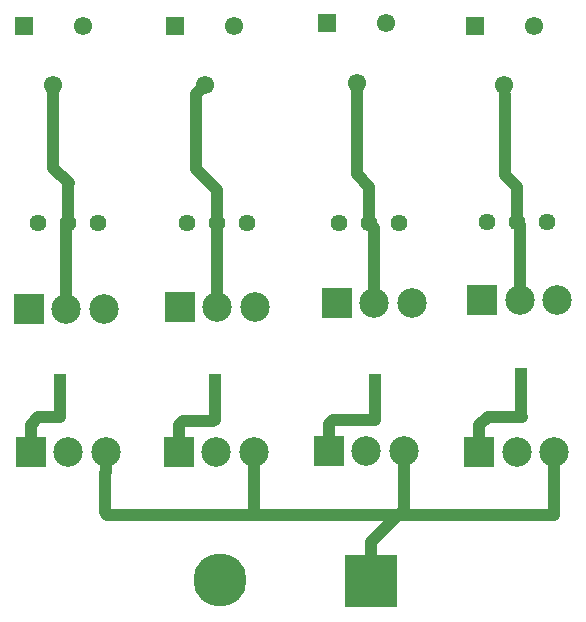
<source format=gbr>
G04 #@! TF.GenerationSoftware,KiCad,Pcbnew,(5.1.2)-1*
G04 #@! TF.CreationDate,2019-06-07T19:51:13-04:00*
G04 #@! TF.ProjectId,version-0-2,76657273-696f-46e2-9d30-2d322e6b6963,rev?*
G04 #@! TF.SameCoordinates,Original*
G04 #@! TF.FileFunction,Copper,L2,Bot*
G04 #@! TF.FilePolarity,Positive*
%FSLAX46Y46*%
G04 Gerber Fmt 4.6, Leading zero omitted, Abs format (unit mm)*
G04 Created by KiCad (PCBNEW (5.1.2)-1) date 2019-06-07 19:51:13*
%MOMM*%
%LPD*%
G04 APERTURE LIST*
%ADD10R,4.500880X4.500880*%
%ADD11C,4.500880*%
%ADD12R,2.499360X2.499360*%
%ADD13C,2.499360*%
%ADD14R,1.000000X1.500000*%
%ADD15C,1.440000*%
%ADD16C,1.550000*%
%ADD17R,1.550000X1.550000*%
%ADD18C,1.000000*%
G04 APERTURE END LIST*
D10*
X99339400Y-165272720D03*
D11*
X86530180Y-165209220D03*
D12*
X108508800Y-154348180D03*
D13*
X111683800Y-154348180D03*
X114858800Y-154348180D03*
D12*
X95760540Y-154284680D03*
D13*
X98935540Y-154284680D03*
X102110540Y-154284680D03*
D12*
X83075780Y-154348180D03*
D13*
X86250780Y-154348180D03*
X89425780Y-154348180D03*
D12*
X70518020Y-154348180D03*
D13*
X73693020Y-154348180D03*
X76868020Y-154348180D03*
D14*
X112064800Y-148069300D03*
X99717860Y-148526500D03*
X86090760Y-148526500D03*
X73012300Y-148526500D03*
D13*
X115122960Y-141483080D03*
X111947960Y-141483080D03*
D12*
X108772960Y-141483080D03*
D13*
X102776020Y-141757400D03*
X99601020Y-141757400D03*
D12*
X96426020Y-141757400D03*
D13*
X89514680Y-142123160D03*
X86339680Y-142123160D03*
D12*
X83164680Y-142123160D03*
D13*
X76708000Y-142306040D03*
X73533000Y-142306040D03*
D12*
X70358000Y-142306040D03*
D15*
X109181900Y-134940040D03*
X111721900Y-134940040D03*
X114261900Y-134940040D03*
X96649540Y-135031480D03*
X99189540Y-135031480D03*
X101729540Y-135031480D03*
X83753960Y-135031480D03*
X86293960Y-135031480D03*
X88833960Y-135031480D03*
X71132700Y-135031480D03*
X73672700Y-135031480D03*
X76212700Y-135031480D03*
D16*
X87770980Y-118320820D03*
D17*
X82770980Y-118320820D03*
D16*
X85270980Y-123320820D03*
X110622720Y-123320820D03*
D17*
X108122720Y-118320820D03*
D16*
X113122720Y-118320820D03*
X98110680Y-123102380D03*
D17*
X95610680Y-118102380D03*
D16*
X100610680Y-118102380D03*
X72428740Y-123320820D03*
D17*
X69928740Y-118320820D03*
D16*
X74928740Y-118320820D03*
D18*
X72428740Y-123320820D02*
X72428740Y-130333120D01*
X72428740Y-130333120D02*
X73743820Y-131648200D01*
X73672700Y-131719320D02*
X73672700Y-135031480D01*
X73743820Y-131648200D02*
X73672700Y-131719320D01*
X86293960Y-132217160D02*
X86293960Y-135031480D01*
X84495981Y-130419181D02*
X86293960Y-132217160D01*
X85270980Y-123320820D02*
X84495981Y-124095819D01*
X84495981Y-124095819D02*
X84495981Y-130419181D01*
X99189540Y-131942840D02*
X99189540Y-135031480D01*
X98110680Y-123102380D02*
X98110680Y-130863980D01*
X98110680Y-130863980D02*
X99189540Y-131942840D01*
X111721900Y-131945380D02*
X111721900Y-134940040D01*
X110693200Y-124147580D02*
X110693200Y-130916680D01*
X110693200Y-130916680D02*
X111721900Y-131945380D01*
X111947960Y-135166100D02*
X111721900Y-134940040D01*
X111947960Y-141483080D02*
X111947960Y-135166100D01*
X99601020Y-135442960D02*
X99189540Y-135031480D01*
X99601020Y-141757400D02*
X99601020Y-135442960D01*
X86339680Y-135077200D02*
X86293960Y-135031480D01*
X86339680Y-142123160D02*
X86339680Y-135077200D01*
X73533000Y-135171180D02*
X73672700Y-135031480D01*
X73533000Y-142306040D02*
X73533000Y-135171180D01*
X76868020Y-156115494D02*
X76796900Y-156186614D01*
X76868020Y-154348180D02*
X76868020Y-156115494D01*
X76796900Y-156186614D02*
X76796900Y-159494220D01*
X76796900Y-159494220D02*
X76987400Y-159684720D01*
X114858800Y-159674560D02*
X114858800Y-154348180D01*
X114848640Y-159684720D02*
X114858800Y-159674560D01*
X102039420Y-159684720D02*
X114848640Y-159684720D01*
X89425780Y-159440880D02*
X89425780Y-154348180D01*
X89669620Y-159684720D02*
X89425780Y-159440880D01*
X89669620Y-159684720D02*
X102039420Y-159684720D01*
X76987400Y-159684720D02*
X89669620Y-159684720D01*
X102110540Y-159613600D02*
X102110540Y-154284680D01*
X102039420Y-159684720D02*
X102110540Y-159613600D01*
X108508800Y-152098500D02*
X109210600Y-151396700D01*
X108508800Y-154348180D02*
X108508800Y-152098500D01*
X109210600Y-151396700D02*
X112087660Y-151396700D01*
X112064800Y-151373840D02*
X112064800Y-148069300D01*
X112087660Y-151396700D02*
X112064800Y-151373840D01*
X95760540Y-152035000D02*
X96147380Y-151648160D01*
X95760540Y-154284680D02*
X95760540Y-152035000D01*
X96147380Y-151648160D02*
X99654360Y-151648160D01*
X99717860Y-151584660D02*
X99717860Y-148526500D01*
X99654360Y-151648160D02*
X99717860Y-151584660D01*
X83075780Y-152098500D02*
X83390740Y-151783540D01*
X83075780Y-154348180D02*
X83075780Y-152098500D01*
X83390740Y-151783540D02*
X85955380Y-151783540D01*
X86090760Y-151648160D02*
X86090760Y-148526500D01*
X85955380Y-151783540D02*
X86090760Y-151648160D01*
X70518020Y-152098500D02*
X71158860Y-151457660D01*
X70518020Y-154348180D02*
X70518020Y-152098500D01*
X71158860Y-151457660D02*
X72966580Y-151457660D01*
X73012300Y-151411940D02*
X73012300Y-148526500D01*
X72966580Y-151457660D02*
X73012300Y-151411940D01*
X101748080Y-159613600D02*
X102110540Y-159613600D01*
X99339400Y-162022280D02*
X101748080Y-159613600D01*
X99339400Y-165272720D02*
X99339400Y-162022280D01*
M02*

</source>
